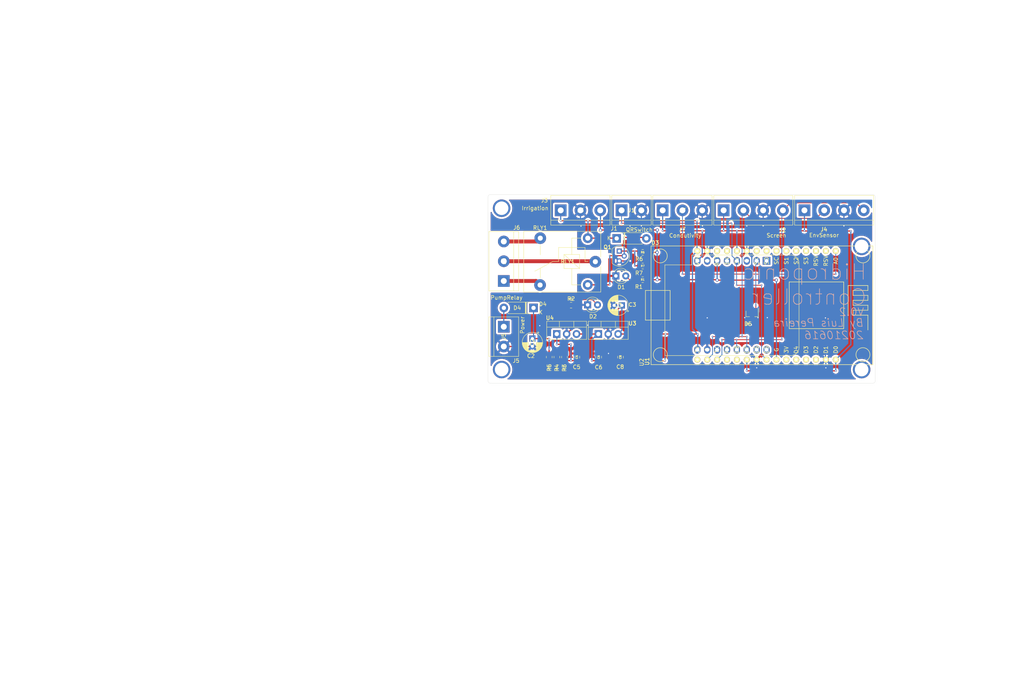
<source format=kicad_pcb>
(kicad_pcb (version 20171130) (host pcbnew 5.1.10)
  (title_block (title "Hidroponic Controller") (date 2021-06-10) (rev V0.2) (company "by Luis Pereira"))
  (layers (0 F.Cu signal) (31 B.Cu signal) (34 B.Paste user) (35 F.Paste user) (36 B.SilkS user) (37 F.SilkS user) (38 B.Mask user) (39 F.Mask user) (44 Edge.Cuts user))
  (net 0 "")
  (net 1 "Net-(D1-Pad2)")
  (net 2 GND)
  (net 3 "Net-(U1-Pad16)")
  (net 4 "Net-(U1-Pad15)")
  (net 5 "Net-(U1-Pad12)")
  (net 6 "Net-(U1-Pad11)")
  (net 7 "Net-(U1-Pad7)")
  (net 8 "Net-(U1-Pad5)")
  (net 9 "Net-(U1-Pad3)")
  (net 10 "Net-(U1-Pad1)")
  (net 11 "Net-(U2-Pad28)")
  (net 12 "Net-(U2-Pad27)")
  (net 13 "Net-(U2-Pad16)")
  (net 14 "Net-(U2-Pad13)")
  (net 15 "Net-(U2-Pad12)")
  (net 16 "Net-(U2-Pad9)")
  (net 17 "Net-(U2-Pad8)")
  (net 18 "Net-(U2-Pad7)")
  (net 19 "Net-(U2-Pad6)")
  (net 20 "Net-(U2-Pad5)")
  (net 21 "Net-(U2-Pad4)")
  (net 22 "Net-(U2-Pad3)")
  (net 23 "Net-(U2-Pad2)")
  (net 24 +5V)
  (net 25 /QR_SWITCH)
  (net 26 /I2C_SDA)
  (net 27 /I2C_SCL)
  (net 28 /+3V3)
  (net 29 /RELAY_CMD)
  (net 30 "Net-(U2-Pad26)")
  (net 31 "Net-(U2-Pad25)")
  (net 32 "Net-(U2-Pad20)")
  (net 33 "Net-(U2-Pad19)")
  (net 34 /Vin_9V)
  (net 35 /Vin_5V)
  (net 36 "Net-(D2-Pad2)")
  (net 37 "Net-(D3-Pad2)")
  (net 38 "Net-(Q1-Pad1)")
  (net 39 /RELAY_NO)
  (net 40 /RELAY_C)
  (net 41 /RELAY_NC)
  (net 42 /POWER_INPUT)
  (net 43 /POWER_Vin)
  (net 44 /COND_SENSOR)
  (net 45 "Net-(D5-Pad2)")
  (module LCP_Footprints:NodeMCU1.0_12-E (layer F.Cu) (at 234.655 81.185 270)
    (fp_text reference U2 (at 28.615 49.855 90) (layer F.SilkS) (effects (font (thickness 0.16))))
    (fp_text value NodeMCU_ESP12E hide)
    (fp_text user D0 (at 25.4 0 90) (layer F.SilkS))
    (fp_text user D1 (at 25.4 2.54 90) (layer F.SilkS))
    (fp_text user D2 (at 25.4 5.08 90) (layer F.SilkS))
    (fp_text user D3 (at 25.4 7.62 90) (layer F.SilkS))
    (fp_text user D4 (at 25.4 10.16 90) (layer F.SilkS))
    (fp_text user 3V (at 25.4 12.7 90) (layer F.SilkS))
    (fp_text user G (at 25.4 15.24 90) (layer F.SilkS))
    (fp_text user D5 (at 25.4 17.78 90) (layer F.SilkS))
    (fp_text user D6 (at 25.4 20.32 90) (layer F.SilkS))
    (fp_text user D7 (at 25.4 22.86 90) (layer F.SilkS))
    (fp_text user D8 (at 25.4 25.4 90) (layer F.SilkS))
    (fp_text user RX (at 25.4 27.94 90) (layer F.SilkS))
    (fp_text user TX (at 25.4 30.48 90) (layer F.SilkS))
    (fp_text user G (at 25.4 33.02 90) (layer F.SilkS))
    (fp_text user 3V (at 25.4 35.56 90) (layer F.SilkS))
    (fp_text user A0 (at 2.54 0 90) (layer F.SilkS))
    (fp_text user RSV (at 2.54 2.54 90) (layer F.SilkS))
    (fp_text user RSV (at 2.54 5.08 90) (layer F.SilkS))
    (fp_text user S3 (at 2.54 7.62 90) (layer F.SilkS))
    (fp_text user S2 (at 2.54 10.16 90) (layer F.SilkS))
    (fp_text user S1 (at 2.54 12.7 90) (layer F.SilkS))
    (fp_text user SC (at 2.54 15.24 90) (layer F.SilkS))
    (fp_text user SO (at 2.54 17.78 90) (layer F.SilkS))
    (fp_text user SK (at 2.54 20.32 90) (layer F.SilkS))
    (fp_text user G (at 2.54 22.86 90) (layer F.SilkS))
    (fp_text user 3V (at 2.54 25.4 90) (layer F.SilkS))
    (fp_text user EN (at 2.54 27.94 90) (layer F.SilkS))
    (fp_text user RST (at 2.54 30.48 90) (layer F.SilkS))
    (fp_text user G (at 2.54 33.02 90) (layer F.SilkS))
    (fp_text user VIN (at 2.54 35.56 90) (layer F.SilkS))
    (pad 30 thru_hole circle (at 27.94 0 270) (size 1.524 1.524) (drill 0.762) (layers *.Cu *.Mask F.SilkS) (net 28 /+3V3))
    (pad 29 thru_hole circle (at 27.94 2.54 270) (size 1.524 1.524) (drill 0.762) (layers *.Cu *.Mask F.SilkS) (net 2 GND))
    (pad 28 thru_hole circle (at 27.94 5.08 270) (size 1.524 1.524) (drill 0.762) (layers *.Cu *.Mask F.SilkS) (net 11 "Net-(U2-Pad28)"))
    (pad 27 thru_hole circle (at 27.94 7.62 270) (size 1.524 1.524) (drill 0.762) (layers *.Cu *.Mask F.SilkS) (net 12 "Net-(U2-Pad27)"))
    (pad 26 thru_hole circle (at 27.94 10.16 270) (size 1.524 1.524) (drill 0.762) (layers *.Cu *.Mask F.SilkS) (net 30 "Net-(U2-Pad26)"))
    (pad 25 thru_hole circle (at 27.94 12.7 270) (size 1.524 1.524) (drill 0.762) (layers *.Cu *.Mask F.SilkS) (net 31 "Net-(U2-Pad25)"))
    (pad 24 thru_hole circle (at 27.94 15.24 270) (size 1.524 1.524) (drill 0.762) (layers *.Cu *.Mask F.SilkS) (net 29 /RELAY_CMD))
    (pad 23 thru_hole circle (at 27.94 17.78 270) (size 1.524 1.524) (drill 0.762) (layers *.Cu *.Mask F.SilkS) (net 25 /QR_SWITCH))
    (pad 22 thru_hole circle (at 27.94 20.32 270) (size 1.524 1.524) (drill 0.762) (layers *.Cu *.Mask F.SilkS) (net 2 GND))
    (pad 21 thru_hole circle (at 27.94 22.86 270) (size 1.524 1.524) (drill 0.762) (layers *.Cu *.Mask F.SilkS) (net 28 /+3V3))
    (pad 20 thru_hole circle (at 27.94 25.4 270) (size 1.524 1.524) (drill 0.762) (layers *.Cu *.Mask F.SilkS) (net 32 "Net-(U2-Pad20)"))
    (pad 19 thru_hole circle (at 27.94 27.94 270) (size 1.524 1.524) (drill 0.762) (layers *.Cu *.Mask F.SilkS) (net 33 "Net-(U2-Pad19)"))
    (pad 18 thru_hole circle (at 27.94 30.48 270) (size 1.524 1.524) (drill 0.762) (layers *.Cu *.Mask F.SilkS) (net 26 /I2C_SDA))
    (pad 17 thru_hole circle (at 27.94 33.02 270) (size 1.524 1.524) (drill 0.762) (layers *.Cu *.Mask F.SilkS) (net 27 /I2C_SCL))
    (pad 16 thru_hole circle (at 27.94 35.56 270) (size 1.524 1.524) (drill 0.762) (layers *.Cu *.Mask F.SilkS) (net 13 "Net-(U2-Pad16)"))
    (pad 15 thru_hole circle (at 0 35.56 270) (size 1.524 1.524) (drill 0.762) (layers *.Cu *.Mask F.SilkS) (net 24 +5V))
    (pad 14 thru_hole circle (at 0 33.02 270) (size 1.524 1.524) (drill 0.762) (layers *.Cu *.Mask F.SilkS) (net 2 GND))
    (pad 13 thru_hole circle (at 0 30.48 270) (size 1.524 1.524) (drill 0.762) (layers *.Cu *.Mask F.SilkS) (net 14 "Net-(U2-Pad13)"))
    (pad 12 thru_hole circle (at 0 27.94 270) (size 1.524 1.524) (drill 0.762) (layers *.Cu *.Mask F.SilkS) (net 15 "Net-(U2-Pad12)"))
    (pad 11 thru_hole circle (at 0 25.4 270) (size 1.524 1.524) (drill 0.762) (layers *.Cu *.Mask F.SilkS) (net 28 /+3V3))
    (pad 10 thru_hole circle (at 0 22.86 270) (size 1.524 1.524) (drill 0.762) (layers *.Cu *.Mask F.SilkS) (net 2 GND))
    (pad 9 thru_hole circle (at 0 20.32 270) (size 1.524 1.524) (drill 0.762) (layers *.Cu *.Mask F.SilkS) (net 16 "Net-(U2-Pad9)"))
    (pad 8 thru_hole circle (at 0 17.78 270) (size 1.524 1.524) (drill 0.762) (layers *.Cu *.Mask F.SilkS) (net 17 "Net-(U2-Pad8)"))
    (pad 7 thru_hole circle (at 0 15.24 270) (size 1.524 1.524) (drill 0.762) (layers *.Cu *.Mask F.SilkS) (net 18 "Net-(U2-Pad7)"))
    (pad 6 thru_hole circle (at 0 12.7 270) (size 1.524 1.524) (drill 0.762) (layers *.Cu *.Mask F.SilkS) (net 19 "Net-(U2-Pad6)"))
    (pad 5 thru_hole circle (at 0 10.16 270) (size 1.524 1.524) (drill 0.762) (layers *.Cu *.Mask F.SilkS) (net 20 "Net-(U2-Pad5)"))
    (pad 4 thru_hole circle (at 0 7.62 270) (size 1.524 1.524) (drill 0.762) (layers *.Cu *.Mask F.SilkS) (net 21 "Net-(U2-Pad4)"))
    (pad 3 thru_hole circle (at 0 5.08 270) (size 1.524 1.524) (drill 0.762) (layers *.Cu *.Mask F.SilkS) (net 22 "Net-(U2-Pad3)"))
    (pad 2 thru_hole circle (at 0 2.54 270) (size 1.524 1.524) (drill 0.762) (layers *.Cu *.Mask F.SilkS) (net 23 "Net-(U2-Pad2)"))
    (pad 1 thru_hole circle (at 0 0 270) (size 1.524 1.524) (drill 0.762) (layers *.Cu *.Mask F.SilkS) (net 44 /COND_SENSOR))
  )
  (module Module:WEMOS_D1_mini_light (layer F.Cu) (at 216.875 83.725 270)
    (fp_text reference U1 (at 25.875 30.675 90) (layer F.SilkS) (effects (font (thickness 0.16))))
    (fp_text value WeMos_D1_mini hide)
    (fp_text user %R (at 25.875 30.675 90) (layer F.SilkS) (effects (font (thickness 0.16))))
    (pad 16 thru_hole oval (at 22.86 0 270) (size 2 1.6) (drill 1) (layers *.Cu *.Mask) (net 3 "Net-(U1-Pad16)"))
    (pad 15 thru_hole oval (at 22.86 2.54 270) (size 2 1.6) (drill 1) (layers *.Cu *.Mask) (net 4 "Net-(U1-Pad15)"))
    (pad 14 thru_hole oval (at 22.86 5.08 270) (size 2 1.6) (drill 1) (layers *.Cu *.Mask) (net 27 /I2C_SCL))
    (pad 13 thru_hole oval (at 22.86 7.62 270) (size 2 1.6) (drill 1) (layers *.Cu *.Mask) (net 26 /I2C_SDA))
    (pad 12 thru_hole oval (at 22.86 10.16 270) (size 2 1.6) (drill 1) (layers *.Cu *.Mask) (net 5 "Net-(U1-Pad12)"))
    (pad 11 thru_hole oval (at 22.86 12.7 270) (size 2 1.6) (drill 1) (layers *.Cu *.Mask) (net 6 "Net-(U1-Pad11)"))
    (pad 10 thru_hole oval (at 22.86 15.24 270) (size 2 1.6) (drill 1) (layers *.Cu *.Mask) (net 2 GND))
    (pad 9 thru_hole oval (at 22.86 17.78 270) (size 2 1.6) (drill 1) (layers *.Cu *.Mask) (net 24 +5V))
    (pad 8 thru_hole oval (at 0 17.78 270) (size 2 1.6) (drill 1) (layers *.Cu *.Mask) (net 28 /+3V3))
    (pad 7 thru_hole oval (at 0 15.24 270) (size 2 1.6) (drill 1) (layers *.Cu *.Mask) (net 7 "Net-(U1-Pad7)"))
    (pad 6 thru_hole oval (at 0 12.7 270) (size 2 1.6) (drill 1) (layers *.Cu *.Mask) (net 29 /RELAY_CMD))
    (pad 5 thru_hole oval (at 0 10.16 270) (size 2 1.6) (drill 1) (layers *.Cu *.Mask) (net 8 "Net-(U1-Pad5)"))
    (pad 4 thru_hole oval (at 0 7.62 270) (size 2 1.6) (drill 1) (layers *.Cu *.Mask) (net 25 /QR_SWITCH))
    (pad 3 thru_hole oval (at 0 5.08 270) (size 2 1.6) (drill 1) (layers *.Cu *.Mask) (net 9 "Net-(U1-Pad3)"))
    (pad 1 thru_hole rect (at 0 0 270) (size 2 2) (drill 1) (layers *.Cu *.Mask) (net 10 "Net-(U1-Pad1)"))
    (pad 2 thru_hole oval (at 0 2.54 270) (size 2 1.6) (drill 1) (layers *.Cu *.Mask) (net 44 /COND_SENSOR))
  )
  (module LED_THT:LED_D3.0mm (layer F.Cu) (at 178.1605 87.604)
    (fp_text reference D1 (at 1.3695 2.886) (layer F.SilkS) (effects (font (thickness 0.16))))
    (fp_text value LED)
    (pad 2 thru_hole circle (at 2.54 0) (size 1.8 1.8) (drill 0.9) (layers *.Cu *.Mask) (net 1 "Net-(D1-Pad2)"))
    (pad 1 thru_hole rect (at 0 0) (size 1.8 1.8) (drill 0.9) (layers *.Cu *.Mask) (net 2 GND))
  )
  (module Capacitor_THT:CP_Radial_D5.0mm_P2.00mm (layer F.Cu) (at 179.7111 95.1738 180)
    (fp_text reference C3 (at -2.6889 0.1738) (layer F.SilkS) (effects (font (thickness 0.16))))
    (fp_text value 0.1u)
    (fp_text user %R (at 1 0) (layer F.SilkS) (effects (font (thickness 0.16))))
    (pad 2 thru_hole circle (at 2 0 180) (size 1.6 1.6) (drill 0.8) (layers *.Cu *.Mask) (net 2 GND))
    (pad 1 thru_hole rect (at 0 0 180) (size 1.6 1.6) (drill 0.8) (layers *.Cu *.Mask) (net 24 +5V))
  )
  (module Capacitor_SMD:C_0805_2012Metric (layer F.Cu) (at 168.13 108.49 90)
    (fp_text reference C5 (at -2.54 -0.05) (layer F.SilkS) (effects (font (thickness 0.16))))
    (fp_text value 0.33u)
    (fp_text user %R (at 0 0 90) (layer F.SilkS) (effects (font (size 0.5 0.5) (thickness 0.16))))
    (pad 1 smd roundrect (at -0.95 0 90) (size 1 1.45) (layers F.Cu F.Paste F.Mask) (net 34 /Vin_9V))
    (pad 2 smd roundrect (at 0.95 0 90) (size 1 1.45) (layers F.Cu F.Paste F.Mask) (net 2 GND))
  )
  (module Capacitor_SMD:C_0805_2012Metric (layer F.Cu) (at 173.7376 108.49 90)
    (fp_text reference C6 (at -2.6 -0.0076) (layer F.SilkS) (effects (font (thickness 0.16))))
    (fp_text value 0.33u)
    (fp_text user %R (at 0 0 90) (layer F.SilkS) (effects (font (size 0.5 0.5) (thickness 0.16))))
    (pad 2 smd roundrect (at 0.95 0 90) (size 1 1.45) (layers F.Cu F.Paste F.Mask) (net 2 GND))
    (pad 1 smd roundrect (at -0.95 0 90) (size 1 1.45) (layers F.Cu F.Paste F.Mask) (net 35 /Vin_5V))
  )
  (module Capacitor_SMD:C_0805_2012Metric (layer F.Cu) (at 179.3452 108.49 90)
    (fp_text reference C8 (at -2.5 -0.0752) (layer F.SilkS) (effects (font (thickness 0.16))))
    (fp_text value 0.1u)
    (fp_text user %R (at 0 0 90) (layer F.SilkS) (effects (font (size 0.5 0.5) (thickness 0.16))))
    (pad 2 smd roundrect (at 0.95 0 90) (size 1 1.45) (layers F.Cu F.Paste F.Mask) (net 2 GND))
    (pad 1 smd roundrect (at -0.95 0 90) (size 1 1.45) (layers F.Cu F.Paste F.Mask) (net 24 +5V))
  )
  (module LED_THT:LED_D3.0mm (layer F.Cu) (at 170.9039 95.0468)
    (fp_text reference D2 (at 1.3861 2.9732) (layer F.SilkS) (effects (font (thickness 0.16))))
    (fp_text value LED)
    (pad 1 thru_hole rect (at 0 0) (size 1.8 1.8) (drill 0.9) (layers *.Cu *.Mask) (net 2 GND))
    (pad 2 thru_hole circle (at 2.54 0) (size 1.8 1.8) (drill 0.9) (layers *.Cu *.Mask) (net 36 "Net-(D2-Pad2)"))
  )
  (module Diode_THT:D_DO-41_SOD81_P7.62mm_Horizontal (layer F.Cu) (at 178.3725 77.9642)
    (fp_text reference D3 (at 9.9075 1.1058) (layer F.SilkS) (effects (font (thickness 0.16))))
    (fp_text value D)
    (fp_text user %R (at 9.8875 1.1358) (layer F.SilkS) (effects (font (thickness 0.16))))
    (fp_text user K (at -1.9525 -0.0542) (layer F.SilkS))
    (pad 1 thru_hole rect (at 0 0) (size 2.2 2.2) (drill 1.1) (layers *.Cu *.Mask) (net 24 +5V))
    (pad 2 thru_hole oval (at 7.62 0) (size 2.2 2.2) (drill 1.1) (layers *.Cu *.Mask) (net 37 "Net-(D3-Pad2)"))
  )
  (module Diode_THT:D_DO-41_SOD81_P7.62mm_Horizontal (layer F.Cu) (at 157 95.83 180)
    (fp_text reference D4 (at -2.39 0.99) (layer F.SilkS) (effects (font (thickness 0.16))))
    (fp_text value D)
    (fp_text user K (at -1.8408 -1.1271) (layer F.SilkS))
    (fp_text user %R (at 4.2 0) (layer F.SilkS) (effects (font (thickness 0.16))))
    (pad 2 thru_hole oval (at 7.62 0 180) (size 2.2 2.2) (drill 1.1) (layers *.Cu *.Mask) (net 42 /POWER_INPUT))
    (pad 1 thru_hole rect (at 0 0 180) (size 2.2 2.2) (drill 1.1) (layers *.Cu *.Mask) (net 43 /POWER_Vin))
  )
  (module TerminalBlock:TerminalBlock_bornier-2_P5.08mm (layer F.Cu) (at 179.6288 70.739)
    (fp_text reference J1 (at -1.9288 4.671) (layer F.SilkS) (effects (font (thickness 0.16))))
    (fp_text value QRSwitch (at 4.5412 4.991) (layer F.SilkS))
    (fp_text user %R (at 2.54 0) (layer F.SilkS) (effects (font (thickness 0.16))))
    (pad 1 thru_hole rect (at 0 0) (size 3 3) (drill 1.52) (layers *.Cu *.Mask) (net 25 /QR_SWITCH))
    (pad 2 thru_hole circle (at 5.08 0) (size 3 3) (drill 1.52) (layers *.Cu *.Mask) (net 2 GND))
  )
  (module TerminalBlock:TerminalBlock_bornier-4_P5.08mm (layer F.Cu) (at 205.8416 70.739)
    (fp_text reference J2 (at 15.1584 5.061) (layer F.SilkS) (effects (font (thickness 0.16))))
    (fp_text value Screen (at 13.5584 6.461) (layer F.SilkS))
    (fp_text user %R (at 15.1584 5.061) (layer F.SilkS) (effects (font (thickness 0.16))))
    (pad 4 thru_hole circle (at 15.24 0) (size 3 3) (drill 1.52) (layers *.Cu *.Mask) (net 26 /I2C_SDA))
    (pad 1 thru_hole rect (at 0 0) (size 3 3) (drill 1.52) (layers *.Cu *.Mask) (net 28 /+3V3))
    (pad 3 thru_hole circle (at 10.16 0) (size 3 3) (drill 1.52) (layers *.Cu *.Mask) (net 2 GND))
    (pad 2 thru_hole circle (at 5.08 0) (size 3 3) (drill 1.52) (layers *.Cu *.Mask) (net 27 /I2C_SCL))
  )
  (module TerminalBlock:TerminalBlock_bornier-3_P5.08mm (layer F.Cu) (at 163.9824 70.739)
    (fp_text reference J3 (at -4.1824 -2.539) (layer F.SilkS) (effects (font (thickness 0.16))))
    (fp_text value Irrigation (at -6.5824 -0.539) (layer F.SilkS))
    (fp_text user %R (at 5.08 0) (layer F.SilkS) (effects (font (thickness 0.16))))
    (pad 1 thru_hole rect (at 0 0) (size 3 3) (drill 1.52) (layers *.Cu *.Mask) (net 24 +5V))
    (pad 2 thru_hole circle (at 5.08 0) (size 3 3) (drill 1.52) (layers *.Cu *.Mask) (net 2 GND))
    (pad 3 thru_hole circle (at 10.16 0) (size 3 3) (drill 1.52) (layers *.Cu *.Mask) (net 29 /RELAY_CMD))
  )
  (module TerminalBlock:TerminalBlock_bornier-4_P5.08mm (layer F.Cu) (at 226.6061 70.739)
    (fp_text reference J4 (at 5.0139 4.931) (layer F.SilkS) (effects (font (thickness 0.16))))
    (fp_text value EnvSensor (at 5.0339 6.401) (layer F.SilkS))
    (fp_text user %R (at 5.0339 4.901) (layer F.SilkS) (effects (font (thickness 0.16))))
    (pad 4 thru_hole circle (at 15.24 0) (size 3 3) (drill 1.52) (layers *.Cu *.Mask) (net 26 /I2C_SDA))
    (pad 1 thru_hole rect (at 0 0) (size 3 3) (drill 1.52) (layers *.Cu *.Mask) (net 28 /+3V3))
    (pad 3 thru_hole circle (at 10.16 0) (size 3 3) (drill 1.52) (layers *.Cu *.Mask) (net 2 GND))
    (pad 2 thru_hole circle (at 5.08 0) (size 3 3) (drill 1.52) (layers *.Cu *.Mask) (net 27 /I2C_SCL))
  )
  (module TerminalBlock:TerminalBlock_bornier-2_P5.08mm (layer F.Cu) (at 149.36 100.6729 270)
    (fp_text reference J5 (at 8.7371 -3.1687 180) (layer F.SilkS) (effects (font (thickness 0.16))))
    (fp_text value Power (at -0.4329 -4.78 90) (layer F.SilkS))
    (fp_text user %R (at 2.54 0 90) (layer F.SilkS) (effects (font (thickness 0.16))))
    (pad 2 thru_hole circle (at 5.08 0 270) (size 3 3) (drill 1.52) (layers *.Cu *.Mask) (net 2 GND))
    (pad 1 thru_hole rect (at 0 0 270) (size 3 3) (drill 1.52) (layers *.Cu *.Mask) (net 42 /POWER_INPUT))
  )
  (module TerminalBlock:TerminalBlock_bornier-3_P5.08mm (layer F.Cu) (at 149.36 88.91 90)
    (fp_text reference J6 (at 13.7254 3.3187 180) (layer F.SilkS) (effects (font (thickness 0.16))))
    (fp_text value PumpRelay (at -4.2746 0.7187) (layer F.SilkS))
    (fp_text user %R (at 5.08 0 90) (layer F.SilkS) (effects (font (thickness 0.16))))
    (pad 3 thru_hole circle (at 10.16 0 90) (size 3 3) (drill 1.52) (layers *.Cu *.Mask) (net 39 /RELAY_NO))
    (pad 2 thru_hole circle (at 5.08 0 90) (size 3 3) (drill 1.52) (layers *.Cu *.Mask) (net 40 /RELAY_C))
    (pad 1 thru_hole rect (at 0 0 90) (size 3 3) (drill 1.52) (layers *.Cu *.Mask) (net 41 /RELAY_NC))
  )
  (module Package_TO_SOT_THT:TO-92 (layer F.Cu) (at 179.0329 81.2154 270)
    (fp_text reference Q1 (at -1.0054 3.0429 180) (layer F.SilkS) (effects (font (thickness 0.16))))
    (fp_text value Q_NPN_BCE hide)
    (fp_text user %R (at -1.0054 3.0429 180) (layer F.SilkS) (effects (font (thickness 0.16))))
    (pad 2 thru_hole circle (at 1.27 -1.27 270) (size 1.3 1.3) (drill 0.75) (layers *.Cu *.Mask) (net 37 "Net-(D3-Pad2)"))
    (pad 3 thru_hole circle (at 2.54 0 270) (size 1.3 1.3) (drill 0.75) (layers *.Cu *.Mask) (net 2 GND))
    (pad 1 thru_hole rect (at 0 0 270) (size 1.3 1.3) (drill 0.75) (layers *.Cu *.Mask) (net 38 "Net-(Q1-Pad1)"))
  )
  (module Resistor_SMD:R_0805_2012Metric (layer F.Cu) (at 164.9507 108.47 270)
    (fp_text reference R3 (at 2.78 0.0307 90) (layer F.SilkS) (effects (font (thickness 0.16))))
    (fp_text value 0)
    (fp_text user %R (at 2.78 0.0507 90) (layer F.SilkS) (effects (font (size 0.5 0.5) (thickness 0.16))))
    (pad 2 smd roundrect (at 0.9125 0 270) (size 1.025 1.4) (layers F.Cu F.Paste F.Mask) (roundrect_rratio 0.2439014634146341) (net 34 /Vin_9V))
    (pad 1 smd roundrect (at -0.9125 0 270) (size 1.025 1.4) (layers F.Cu F.Paste F.Mask) (roundrect_rratio 0.2439014634146341) (net 43 /POWER_Vin))
  )
  (module Resistor_SMD:R_0805_2012Metric (layer F.Cu) (at 162.9949 108.47 270)
    (fp_text reference R4 (at 2.74 0.0049 90) (layer F.SilkS) (effects (font (thickness 0.16))))
    (fp_text value 0)
    (fp_text user %R (at 2.7 -0.0351 90) (layer F.SilkS) (effects (font (size 0.5 0.5) (thickness 0.16))))
    (pad 1 smd roundrect (at -0.9125 0 270) (size 1.025 1.4) (layers F.Cu F.Paste F.Mask) (roundrect_rratio 0.2439014634146341) (net 43 /POWER_Vin))
    (pad 2 smd roundrect (at 0.9125 0 270) (size 1.025 1.4) (layers F.Cu F.Paste F.Mask) (roundrect_rratio 0.2439014634146341) (net 35 /Vin_5V))
  )
  (module Package_TO_SOT_THT:TO-220-3_Vertical (layer F.Cu) (at 173.66 102.5398)
    (fp_text reference U3 (at 8.74 -2.7398) (layer F.SilkS) (effects (font (thickness 0.16))))
    (fp_text value LM7805_TO220)
    (fp_text user %R (at 8.74 -2.7398) (layer F.SilkS) (effects (font (thickness 0.16))))
    (pad 3 thru_hole oval (at 5.08 0) (size 1.905 2) (drill 1.1) (layers *.Cu *.Mask) (net 24 +5V))
    (pad 2 thru_hole oval (at 2.54 0) (size 1.905 2) (drill 1.1) (layers *.Cu *.Mask) (net 2 GND))
    (pad 1 thru_hole rect (at 0 0) (size 1.905 2) (drill 1.1) (layers *.Cu *.Mask) (net 35 /Vin_5V))
  )
  (module Package_TO_SOT_THT:TO-220-3_Vertical (layer F.Cu) (at 162.9664 102.5398)
    (fp_text reference U4 (at -1.7664 -4.1398) (layer F.SilkS) (effects (font (thickness 0.16))))
    (fp_text value LM7809_TO220)
    (fp_text user %R (at -1.7664 -4.1398) (layer F.SilkS) (effects (font (thickness 0.16))))
    (pad 1 thru_hole rect (at 0 0) (size 1.905 2) (drill 1.1) (layers *.Cu *.Mask) (net 34 /Vin_9V))
    (pad 2 thru_hole oval (at 2.54 0) (size 1.905 2) (drill 1.1) (layers *.Cu *.Mask) (net 2 GND))
    (pad 3 thru_hole oval (at 5.08 0) (size 1.905 2) (drill 1.1) (layers *.Cu *.Mask) (net 35 /Vin_5V))
  )
  (module Resistor_SMD:R_0805_2012Metric (layer F.Cu) (at 185.0475 88.58 180)
    (fp_text reference R1 (at 0.9775 -1.82 180) (layer F.SilkS) (effects (font (thickness 0.16))))
    (fp_text value 10K)
    (fp_text user %R (at 0 0) (layer F.SilkS) (effects (font (size 0.5 0.5) (thickness 0.16))))
    (pad 1 smd roundrect (at -0.9125 0 180) (size 1.025 1.4) (layers F.Cu F.Paste F.Mask) (roundrect_rratio 0.2439014634146341) (net 29 /RELAY_CMD))
    (pad 2 smd roundrect (at 0.9125 0 180) (size 1.025 1.4) (layers F.Cu F.Paste F.Mask) (roundrect_rratio 0.2439014634146341) (net 1 "Net-(D1-Pad2)"))
  )
  (module Resistor_SMD:R_0805_2012Metric (layer F.Cu) (at 166.6513 95.123)
    (fp_text reference R2 (at 0 -1.65) (layer F.SilkS) (effects (font (thickness 0.16))))
    (fp_text value 10K)
    (fp_text user %R (at -0.0513 -1.523) (layer F.SilkS) (effects (font (size 0.5 0.5) (thickness 0.16))))
    (pad 2 smd roundrect (at 0.9125 0) (size 1.025 1.4) (layers F.Cu F.Paste F.Mask) (roundrect_rratio 0.2439014634146341) (net 36 "Net-(D2-Pad2)"))
    (pad 1 smd roundrect (at -0.9125 0) (size 1.025 1.4) (layers F.Cu F.Paste F.Mask) (roundrect_rratio 0.2439014634146341) (net 24 +5V))
  )
  (module Resistor_SMD:R_0805_2012Metric (layer F.Cu) (at 161.0391 108.47 270)
    (fp_text reference R5 (at 2.72 -0.0009 90) (layer F.SilkS) (effects (font (thickness 0.16))))
    (fp_text value 0)
    (fp_text user %R (at 2.67 0.0391 90) (layer F.SilkS) (effects (font (size 0.5 0.5) (thickness 0.16))))
    (pad 1 smd roundrect (at -0.9125 0 270) (size 1.025 1.4) (layers F.Cu F.Paste F.Mask) (roundrect_rratio 0.2439014634146341) (net 43 /POWER_Vin))
    (pad 2 smd roundrect (at 0.9125 0 270) (size 1.025 1.4) (layers F.Cu F.Paste F.Mask) (roundrect_rratio 0.2439014634146341) (net 24 +5V))
  )
  (module Resistor_SMD:R_0805_2012Metric (layer F.Cu) (at 185.0475 81.55)
    (fp_text reference R6 (at -0.8975 1.7 180) (layer F.SilkS) (effects (font (thickness 0.16))))
    (fp_text value 1K)
    (fp_text user %R (at 0 0) (layer F.SilkS) (effects (font (size 0.5 0.5) (thickness 0.16))))
    (pad 2 smd roundrect (at 0.9125 0) (size 1.025 1.4) (layers F.Cu F.Paste F.Mask) (roundrect_rratio 0.2439014634146341) (net 29 /RELAY_CMD))
    (pad 1 smd roundrect (at -0.9125 0) (size 1.025 1.4) (layers F.Cu F.Paste F.Mask) (roundrect_rratio 0.2439014634146341) (net 38 "Net-(Q1-Pad1)"))
  )
  (module Capacitor_THT:CP_Radial_D5.0mm_P2.00mm (layer F.Cu) (at 156.71 103.72 270)
    (fp_text reference C2 (at 4.45 0.38 180) (layer F.SilkS) (effects (font (thickness 0.16))))
    (fp_text value 0.1u)
    (fp_text user %R (at 1 0 90) (layer F.SilkS) (effects (font (thickness 0.16))))
    (pad 1 thru_hole rect (at 0 0 270) (size 1.6 1.6) (drill 0.8) (layers *.Cu *.Mask) (net 43 /POWER_Vin))
    (pad 2 thru_hole circle (at 2 0 270) (size 1.6 1.6) (drill 0.8) (layers *.Cu *.Mask) (net 2 GND))
  )
  (module Package_TO_SOT_SMD:SOT-23 (layer F.Cu) (at 213.17 97.33 270)
    (fp_text reference D5 (at 2.6 1.04 180) (layer F.SilkS) (effects (font (thickness 0.16))))
    (fp_text value D_Zener_x2_ACom_AKK hide)
    (fp_text user %R (at 2.67 1.17) (layer F.SilkS) (effects (font (size 0.5 0.5) (thickness 0.16))))
    (pad 1 smd rect (at -1 -0.95 270) (size 0.9 0.8) (layers F.Cu F.Paste F.Mask) (net 44 /COND_SENSOR))
    (pad 2 smd rect (at -1 0.95 270) (size 0.9 0.8) (layers F.Cu F.Paste F.Mask) (net 45 "Net-(D5-Pad2)"))
    (pad 3 smd rect (at 1 0 270) (size 0.9 0.8) (layers F.Cu F.Paste F.Mask) (net 2 GND))
  )
  (module TerminalBlock:TerminalBlock_bornier-3_P5.08mm (layer F.Cu) (at 190.1825 70.739)
    (fp_text reference J7 (at 5.05 4.861) (layer F.SilkS) (effects (font (thickness 0.16))))
    (fp_text value Condutivity (at 5.7875 6.491) (layer F.SilkS))
    (fp_text user %R (at 5.08 0) (layer F.SilkS) (effects (font (thickness 0.16))))
    (pad 1 thru_hole rect (at 0 0) (size 3 3) (drill 1.52) (layers *.Cu *.Mask) (net 28 /+3V3))
    (pad 2 thru_hole circle (at 5.08 0) (size 3 3) (drill 1.52) (layers *.Cu *.Mask) (net 44 /COND_SENSOR))
    (pad 3 thru_hole circle (at 10.16 0) (size 3 3) (drill 1.52) (layers *.Cu *.Mask) (net 2 GND))
  )
  (module Resistor_SMD:R_0805_2012Metric (layer F.Cu) (at 185.0475 85.065 180)
    (fp_text reference R7 (at 0.9375 -1.805 180) (layer F.SilkS) (effects (font (thickness 0.16))))
    (fp_text value 1K)
    (fp_text user %R (at 0 0) (layer F.SilkS) (effects (font (size 0.5 0.5) (thickness 0.16))))
    (pad 1 smd roundrect (at -0.9125 0 180) (size 1.025 1.4) (layers F.Cu F.Paste F.Mask) (roundrect_rratio 0.2439014634146341) (net 2 GND))
    (pad 2 smd roundrect (at 0.9125 0 180) (size 1.025 1.4) (layers F.Cu F.Paste F.Mask) (roundrect_rratio 0.2439014634146341) (net 38 "Net-(Q1-Pad1)"))
  )
  (module LCP_Footprints:Relay_SPDT_ZETTLER_AZ943_Series_Form_C (layer F.Cu) (at 172.8861 83.9459 180)
    (fp_text reference RLY1 (at 14.1861 8.6959) (layer F.SilkS) (effects (font (thickness 0.16))))
    (fp_text value AZ943-1CH-12DE hide)
    (fp_text user %R (at 7.1 0.025) (layer F.SilkS) (effects (font (thickness 0.16))))
    (pad 2 thru_hole circle (at 1.95 6.05 270) (size 2.5 2.5) (drill 1.3) (layers *.Cu *.Mask) (net 24 +5V))
    (pad 3 thru_hole circle (at 14.15 6.05 270) (size 3 3) (drill 1.3) (layers *.Cu *.Mask) (net 39 /RELAY_NO))
    (pad 4 thru_hole circle (at 14.2 -6 270) (size 3 3) (drill 1.3) (layers *.Cu *.Mask) (net 41 /RELAY_NC))
    (pad 5 thru_hole circle (at 1.95 -5.95 270) (size 2.5 2.5) (drill 1.3) (layers *.Cu *.Mask) (net 37 "Net-(D3-Pad2)"))
    (pad 1 thru_hole circle (at 0 0 270) (size 3 3) (drill 1.3) (layers *.Cu *.Mask) (net 40 /RELAY_C))
  )
  (gr_arc (start 145.9 114.6) (end 145.3 114.6) (angle -90) (layer Edge.Cuts) (width 0.05))
  (gr_arc (start 145.9 67.3) (end 145.9 66.7) (angle -90) (layer Edge.Cuts) (width 0.05))
  (gr_arc (start 244.2 67.3) (end 244.8 67.3) (angle -90) (layer Edge.Cuts) (width 0.05))
  (gr_arc (start 244.2 114.6) (end 244.2 115.2) (angle -90) (layer Edge.Cuts) (width 0.05))
  (gr_text V0.2 (at 242.0366 96.8883) (layer B.SilkS) (effects (font (size 2 2) (thickness 0.16)) (justify left mirror)))
  (gr_text "By Luis Pereira\n20210616" (at 241.9731 101.2444) (layer B.SilkS) (effects (font (size 2 2) (thickness 0.16) italic) (justify left mirror)))
  (gr_text "Hidroponic \nController" (at 242.7732 89.8271) (layer B.SilkS) (effects (font (size 4 4) (thickness 0.16)) (justify left mirror)))
  (gr_line (start 145.3 67.3) (end 145.3 114.6) (layer Edge.Cuts) (width 0.05))
  (gr_line (start 244.2 66.7) (end 145.9 66.7) (layer Edge.Cuts) (width 0.05))
  (gr_line (start 244.8 114.6) (end 244.8 67.3) (layer Edge.Cuts) (width 0.05))
  (gr_line (start 145.9 115.2) (end 244.2 115.2) (layer Edge.Cuts) (width 0.05))
  (via (at 148.8 70.2) (size 4.5) (drill 3.5) (layers F.Cu B.Cu) (net 0))
  (via (at 148.81 111.68) (size 4.5) (drill 3.5) (layers F.Cu B.Cu) (net 0))
  (via (at 241.3 111.69) (size 4.5) (drill 3.5) (layers F.Cu B.Cu) (net 0))
  (via (at 241.3 80.02) (size 4.5) (drill 3.5) (layers F.Cu B.Cu) (net 0))
  (segment (start 181.6765 88.58) (end 180.7005 87.604) (width 0.2) (layer F.Cu) (net 1))
  (segment (start 184.135 88.58) (end 181.6765 88.58) (width 0.2) (layer F.Cu) (net 1))
  (segment (start 175.9712 101.2398) (end 174.9914 100.26) (width 0.3) (layer F.Cu) (net 2))
  (segment (start 175.9712 102.5398) (end 175.9712 101.2398) (width 0.3) (layer F.Cu) (net 2))
  (segment (start 167.7862 100.26) (end 165.5064 102.5398) (width 0.3) (layer F.Cu) (net 2))
  (segment (start 178.1439 87.6206) (end 178.1605 87.604) (width 0.3) (layer B.Cu) (net 2))
  (segment (start 178.1605 84.6278) (end 179.0329 83.7554) (width 0.3) (layer B.Cu) (net 2))
  (segment (start 178.1605 87.604) (end 178.1605 84.6278) (width 0.3) (layer B.Cu) (net 2))
  (segment (start 184.6504 83.7554) (end 185.96 85.065) (width 0.3) (layer F.Cu) (net 2))
  (segment (start 179.0329 83.7554) (end 181.8446 83.7554) (width 0.3) (layer F.Cu) (net 2))
  (segment (start 184.7088 70.739) (end 184.7088 74.75) (width 0.3) (layer B.Cu) (net 2))
  (via (at 184.7088 74.75) (size 0.5) (drill 0.3) (layers F.Cu B.Cu) (net 2))
  (segment (start 184.7088 74.75) (end 200.41 74.75) (width 0.3) (layer F.Cu) (net 2))
  (via (at 200.41 74.75) (size 0.5) (drill 0.3) (layers F.Cu B.Cu) (net 2))
  (segment (start 200.3425 74.6825) (end 200.41 74.75) (width 0.3) (layer B.Cu) (net 2))
  (segment (start 200.3425 70.739) (end 200.3425 74.6825) (width 0.3) (layer B.Cu) (net 2))
  (segment (start 200.41 74.75) (end 216.01 74.75) (width 0.3) (layer F.Cu) (net 2))
  (via (at 216.01 74.75) (size 0.5) (drill 0.3) (layers F.Cu B.Cu) (net 2))
  (segment (start 216.01 70.7474) (end 216.0016 70.739) (width 0.3) (layer B.Cu) (net 2))
  (segment (start 216.01 74.75) (end 216.01 70.7474) (width 0.3) (layer B.Cu) (net 2))
  (segment (start 216.01 74.75) (end 236.75 74.75) (width 0.3) (layer F.Cu) (net 2))
  (via (at 236.75 74.75) (size 0.5) (drill 0.3) (layers F.Cu B.Cu) (net 2))
  (segment (start 236.75 70.7551) (end 236.7661 70.739) (width 0.3) (layer B.Cu) (net 2))
  (segment (start 236.75 74.75) (end 236.75 70.7551) (width 0.3) (layer B.Cu) (net 2))
  (segment (start 211.795 81.185) (end 211.795 74.77) (width 0.3) (layer B.Cu) (net 2))
  (via (at 211.795 74.77) (size 0.5) (drill 0.3) (layers F.Cu B.Cu) (net 2))
  (segment (start 201.635 75.975) (end 200.41 74.75) (width 0.3) (layer B.Cu) (net 2))
  (segment (start 201.635 81.185) (end 201.635 75.975) (width 0.3) (layer B.Cu) (net 2))
  (via (at 214.34 111.230011) (size 0.5) (drill 0.3) (layers F.Cu B.Cu) (net 2))
  (segment (start 214.335 111.225011) (end 214.34 111.230011) (width 0.3) (layer B.Cu) (net 2))
  (segment (start 214.335 109.125) (end 214.335 111.225011) (width 0.3) (layer B.Cu) (net 2))
  (via (at 232.11 111.24) (size 0.5) (drill 0.3) (layers F.Cu B.Cu) (net 2))
  (segment (start 232.100011 111.230011) (end 232.11 111.24) (width 0.3) (layer F.Cu) (net 2))
  (segment (start 214.34 111.230011) (end 232.100011 111.230011) (width 0.3) (layer F.Cu) (net 2))
  (segment (start 232.11 109.13) (end 232.115 109.125) (width 0.3) (layer B.Cu) (net 2))
  (segment (start 232.11 111.24) (end 232.11 109.13) (width 0.3) (layer B.Cu) (net 2))
  (segment (start 201.635 106.585) (end 201.635 98.39) (width 0.3) (layer B.Cu) (net 2))
  (via (at 201.635 98.39) (size 0.5) (drill 0.3) (layers F.Cu B.Cu) (net 2))
  (segment (start 201.695 98.33) (end 201.635 98.39) (width 0.3) (layer F.Cu) (net 2))
  (segment (start 213.17 98.33) (end 211.27 98.33) (width 0.3) (layer F.Cu) (net 2))
  (via (at 232 98.4) (size 0.5) (drill 0.3) (layers F.Cu B.Cu) (net 2))
  (segment (start 231.93 98.33) (end 232 98.4) (width 0.3) (layer F.Cu) (net 2))
  (segment (start 213.17 98.33) (end 214.67 98.33) (width 0.3) (layer F.Cu) (net 2))
  (segment (start 232 109.01) (end 232.115 109.125) (width 0.3) (layer B.Cu) (net 2))
  (segment (start 232 98.4) (end 232 109.01) (width 0.3) (layer B.Cu) (net 2))
  (segment (start 211.795 81.185) (end 213.08499 82.47499) (width 0.3) (layer B.Cu) (net 2))
  (via (at 213 100.2) (size 0.5) (drill 0.3) (layers F.Cu B.Cu) (net 2))
  (segment (start 213.08499 100.11501) (end 213 100.2) (width 0.3) (layer B.Cu) (net 2))
  (segment (start 213.08499 82.47499) (end 213.08499 100.11501) (width 0.3) (layer B.Cu) (net 2))
  (segment (start 213 98.5) (end 213.17 98.33) (width 0.3) (layer F.Cu) (net 2))
  (segment (start 213 100.2) (end 213 98.5) (width 0.3) (layer F.Cu) (net 2))
  (segment (start 217.07 98.33) (end 231.93 98.33) (width 0.3) (layer F.Cu) (net 2))
  (via (at 217.07 98.33) (size 0.5) (drill 0.3) (layers F.Cu B.Cu) (net 2))
  (segment (start 214.67 98.33) (end 217.07 98.33) (width 0.3) (layer F.Cu) (net 2))
  (via (at 214.67 98.33) (size 0.5) (drill 0.3) (layers F.Cu B.Cu) (net 2))
  (segment (start 211.27 98.33) (end 201.695 98.33) (width 0.3) (layer F.Cu) (net 2))
  (via (at 211.27 98.33) (size 0.5) (drill 0.3) (layers F.Cu B.Cu) (net 2))
  (segment (start 156.6771 105.7529) (end 156.71 105.72) (width 0.3) (layer F.Cu) (net 2))
  (segment (start 149.36 105.7529) (end 156.6771 105.7529) (width 0.3) (layer F.Cu) (net 2))
  (segment (start 177.7111 88.0534) (end 178.1605 87.604) (width 0.3) (layer B.Cu) (net 2))
  (segment (start 177.7111 95.1738) (end 177.7111 88.0534) (width 0.3) (layer B.Cu) (net 2))
  (segment (start 177.7111 101.0287) (end 176.2 102.5398) (width 0.3) (layer B.Cu) (net 2))
  (segment (start 177.7111 95.1738) (end 177.7111 101.0287) (width 0.3) (layer B.Cu) (net 2))
  (via (at 170.94 100.26) (size 0.5) (drill 0.3) (layers F.Cu B.Cu) (net 2))
  (segment (start 170.9039 100.2239) (end 170.94 100.26) (width 0.3) (layer B.Cu) (net 2))
  (segment (start 170.94 100.26) (end 167.7862 100.26) (width 0.3) (layer F.Cu) (net 2))
  (segment (start 170.9039 95.0468) (end 170.9039 100.2239) (width 0.3) (layer B.Cu) (net 2))
  (segment (start 174.9914 100.26) (end 170.94 100.26) (width 0.3) (layer F.Cu) (net 2))
  (segment (start 157.84137 105.72) (end 158.6 104.96137) (width 0.3) (layer B.Cu) (net 2))
  (segment (start 156.71 105.72) (end 157.84137 105.72) (width 0.3) (layer B.Cu) (net 2))
  (via (at 158.6 100.4) (size 0.5) (drill 0.3) (layers F.Cu B.Cu) (net 2))
  (segment (start 158.6 104.96137) (end 158.6 100.4) (width 0.3) (layer B.Cu) (net 2))
  (segment (start 167.6462 100.4) (end 167.7862 100.26) (width 0.3) (layer F.Cu) (net 2))
  (segment (start 158.6 100.4) (end 167.6462 100.4) (width 0.3) (layer F.Cu) (net 2))
  (segment (start 168.13 107.54) (end 173.7376 107.54) (width 0.3) (layer F.Cu) (net 2))
  (via (at 176.26 107.54) (size 0.5) (drill 0.3) (layers F.Cu B.Cu) (net 2))
  (segment (start 176.2 107.48) (end 176.26 107.54) (width 0.3) (layer B.Cu) (net 2))
  (segment (start 176.2 102.5398) (end 176.2 107.48) (width 0.3) (layer B.Cu) (net 2))
  (segment (start 176.26 107.54) (end 179.3452 107.54) (width 0.3) (layer F.Cu) (net 2))
  (segment (start 173.7376 107.54) (end 176.26 107.54) (width 0.3) (layer F.Cu) (net 2))
  (via (at 169.2 74.8) (size 0.5) (drill 0.3) (layers F.Cu B.Cu) (net 2))
  (segment (start 169.0624 74.6624) (end 169.2 74.8) (width 0.3) (layer B.Cu) (net 2))
  (segment (start 169.0624 70.739) (end 169.0624 74.6624) (width 0.3) (layer B.Cu) (net 2))
  (segment (start 184.6588 74.8) (end 184.7088 74.75) (width 0.3) (layer F.Cu) (net 2))
  (segment (start 181.8446 83.7554) (end 184.6504 83.7554) (width 0.3) (layer F.Cu) (net 2))
  (via (at 181.8446 83.7554) (size 0.8) (drill 0.5) (layers F.Cu B.Cu) (net 2))
  (via (at 181.8 74.8) (size 0.5) (drill 0.3) (layers F.Cu B.Cu) (net 2))
  (segment (start 181.8446 74.8446) (end 181.8 74.8) (width 0.3) (layer B.Cu) (net 2))
  (segment (start 181.8 74.8) (end 184.6588 74.8) (width 0.3) (layer F.Cu) (net 2))
  (segment (start 181.8446 83.7554) (end 181.8446 74.8446) (width 0.3) (layer B.Cu) (net 2))
  (segment (start 169.2 74.8) (end 181.8 74.8) (width 0.3) (layer F.Cu) (net 2))
  (segment (start 178.3042 77.8959) (end 178.3725 77.9642) (width 0.3) (layer F.Cu) (net 24))
  (segment (start 170.9361 77.8959) (end 178.3042 77.8959) (width 0.3) (layer F.Cu) (net 24))
  (segment (start 179.7111 95.1738) (end 179.7111 95.4089) (width 0.3) (layer B.Cu) (net 24))
  (segment (start 199.054199 81.144199) (end 199.095 81.185) (width 0.3) (layer B.Cu) (net 24))
  (segment (start 165.7388 95.123) (end 165.7388 95.5388) (width 0.3) (layer F.Cu) (net 24))
  (segment (start 165.7388 95.5388) (end 166.76 96.56) (width 0.3) (layer F.Cu) (net 24))
  (segment (start 178.3249 96.56) (end 179.7111 95.1738) (width 0.3) (layer F.Cu) (net 24))
  (segment (start 166.76 96.56) (end 178.3249 96.56) (width 0.3) (layer F.Cu) (net 24))
  (segment (start 177.18519 111.60001) (end 179.3452 109.44) (width 0.3) (layer F.Cu) (net 24))
  (segment (start 162.74411 111.60001) (end 177.18519 111.60001) (width 0.3) (layer F.Cu) (net 24))
  (segment (start 161.0391 109.895) (end 162.74411 111.60001) (width 0.3) (layer F.Cu) (net 24))
  (segment (start 161.0391 109.3825) (end 161.0391 109.895) (width 0.3) (layer F.Cu) (net 24))
  (via (at 199.2 102.6) (size 0.5) (drill 0.3) (layers F.Cu B.Cu) (net 24))
  (segment (start 199.1398 102.5398) (end 199.2 102.6) (width 0.3) (layer F.Cu) (net 24))
  (segment (start 199.2 106.48) (end 199.095 106.585) (width 0.3) (layer B.Cu) (net 24))
  (segment (start 199.2 102.6) (end 199.2 106.48) (width 0.3) (layer B.Cu) (net 24))
  (segment (start 179.7111 101.5687) (end 178.74 102.5398) (width 0.3) (layer B.Cu) (net 24))
  (segment (start 179.7111 95.1738) (end 179.7111 101.5687) (width 0.3) (layer B.Cu) (net 24))
  (via (at 190.8 109.4) (size 0.5) (drill 0.3) (layers F.Cu B.Cu) (net 24))
  (segment (start 190.76 109.44) (end 190.8 109.4) (width 0.3) (layer F.Cu) (net 24))
  (segment (start 179.3452 109.44) (end 190.76 109.44) (width 0.3) (layer F.Cu) (net 24))
  (via (at 190.9398 102.5398) (size 0.5) (drill 0.3) (layers F.Cu B.Cu) (net 24))
  (segment (start 190.8 102.6796) (end 190.9398 102.5398) (width 0.3) (layer B.Cu) (net 24))
  (segment (start 190.8 109.4) (end 190.8 102.6796) (width 0.3) (layer B.Cu) (net 24))
  (segment (start 190.9398 102.5398) (end 199.1398 102.5398) (width 0.3) (layer F.Cu) (net 24))
  (segment (start 178.74 102.5398) (end 190.9398 102.5398) (width 0.3) (layer F.Cu) (net 24))
  (segment (start 197.84499 101.24499) (end 199.2 102.6) (width 0.3) (layer B.Cu) (net 24))
  (segment (start 197.84499 82.43501) (end 197.84499 101.24499) (width 0.3) (layer B.Cu) (net 24))
  (segment (start 199.095 81.185) (end 197.84499 82.43501) (width 0.3) (layer B.Cu) (net 24))
  (via (at 164 73.4) (size 0.5) (drill 0.3) (layers F.Cu B.Cu) (net 24))
  (segment (start 163.9824 73.3824) (end 164 73.4) (width 0.3) (layer B.Cu) (net 24))
  (segment (start 163.9824 70.739) (end 163.9824 73.3824) (width 0.3) (layer B.Cu) (net 24))
  (via (at 171 73.4) (size 0.5) (drill 0.3) (layers F.Cu B.Cu) (net 24))
  (segment (start 164 73.4) (end 171 73.4) (width 0.3) (layer F.Cu) (net 24))
  (segment (start 171 77.832) (end 170.9361 77.8959) (width 0.3) (layer B.Cu) (net 24))
  (segment (start 171 73.4) (end 171 77.832) (width 0.3) (layer B.Cu) (net 24))
  (segment (start 171 73.4) (end 199 73.4) (width 0.3) (layer F.Cu) (net 24))
  (via (at 199 73.4) (size 0.5) (drill 0.3) (layers F.Cu B.Cu) (net 24))
  (segment (start 199 81.09) (end 199.095 81.185) (width 0.3) (layer B.Cu) (net 24))
  (segment (start 199 73.4) (end 199 81.09) (width 0.3) (layer B.Cu) (net 24))
  (via (at 209.19 89.99) (size 0.4) (drill 0.2) (layers F.Cu B.Cu) (net 25))
  (segment (start 209.19 89.99) (end 209.19 83.725) (width 0.2) (layer B.Cu) (net 25))
  (segment (start 216.875 109.125) (end 215.6 107.85) (width 0.2) (layer B.Cu) (net 25))
  (segment (start 215.6 107.85) (end 215.6 90) (width 0.2) (layer B.Cu) (net 25))
  (via (at 215.6 90) (size 0.4) (drill 0.2) (layers F.Cu B.Cu) (net 25))
  (segment (start 209.2 90) (end 209.19 89.99) (width 0.2) (layer F.Cu) (net 25))
  (segment (start 215.6 90) (end 209.2 90) (width 0.2) (layer F.Cu) (net 25))
  (via (at 179.6 74.05) (size 0.4) (drill 0.2) (layers F.Cu B.Cu) (net 25))
  (segment (start 179.6288 74.0212) (end 179.6 74.05) (width 0.2) (layer B.Cu) (net 25))
  (segment (start 179.6288 70.739) (end 179.6288 74.0212) (width 0.2) (layer B.Cu) (net 25))
  (via (at 207.8 74) (size 0.4) (drill 0.2) (layers F.Cu B.Cu) (net 25))
  (segment (start 207.75 74.05) (end 207.8 74) (width 0.2) (layer F.Cu) (net 25))
  (segment (start 179.6 74.05) (end 207.75 74.05) (width 0.2) (layer F.Cu) (net 25))
  (segment (start 207.8 74) (end 208 74.2) (width 0.2) (layer B.Cu) (net 25))
  (segment (start 208 82.47) (end 209.255 83.725) (width 0.2) (layer B.Cu) (net 25))
  (segment (start 208 74.2) (end 208 82.47) (width 0.2) (layer B.Cu) (net 25))
  (segment (start 239.946099 68.838999) (end 241.8461 70.739) (width 0.2) (layer F.Cu) (net 26))
  (segment (start 222.981601 68.838999) (end 239.946099 68.838999) (width 0.2) (layer F.Cu) (net 26))
  (segment (start 221.0816 70.739) (end 222.981601 68.838999) (width 0.2) (layer F.Cu) (net 26))
  (via (at 220.8 104) (size 0.4) (drill 0.2) (layers F.Cu B.Cu) (net 26))
  (segment (start 220.8 71.0206) (end 220.8 104) (width 0.2) (layer B.Cu) (net 26))
  (segment (start 221.0816 70.739) (end 220.8 71.0206) (width 0.2) (layer B.Cu) (net 26))
  (via (at 209.2 104) (size 0.4) (drill 0.2) (layers F.Cu B.Cu) (net 26))
  (segment (start 220.8 104) (end 209.2 104) (width 0.2) (layer F.Cu) (net 26))
  (segment (start 209.2 106.53) (end 209.255 106.585) (width 0.2) (layer B.Cu) (net 26))
  (segment (start 209.2 104) (end 209.2 106.53) (width 0.2) (layer B.Cu) (net 26))
  (segment (start 204.175 109.125) (end 205.4 107.9) (width 0.2) (layer B.Cu) (net 26))
  (segment (start 205.4 107.9) (end 205.4 104) (width 0.2) (layer B.Cu) (net 26))
  (via (at 205.4 104) (size 0.4) (drill 0.2) (layers F.Cu B.Cu) (net 26))
  (segment (start 205.4 104) (end 209.2 104) (width 0.2) (layer F.Cu) (net 26))
  (segment (start 210.9216 70.739) (end 212.9826 72.8) (width 0.2) (layer F.Cu) (net 27))
  (segment (start 229.6251 72.8) (end 231.6861 70.739) (width 0.2) (layer F.Cu) (net 27))
  (segment (start 212.9826 72.8) (end 229.6251 72.8) (width 0.2) (layer F.Cu) (net 27))
  (segment (start 201.635 109.125) (end 203 107.76) (width 0.2) (layer B.Cu) (net 27))
  (via (at 203 103.2) (size 0.4) (drill 0.2) (layers F.Cu B.Cu) (net 27))
  (segment (start 203 107.76) (end 203 103.2) (width 0.2) (layer B.Cu) (net 27))
  (via (at 211.8 103.2) (size 0.4) (drill 0.2) (layers F.Cu B.Cu) (net 27))
  (segment (start 211.8 106.58) (end 211.795 106.585) (width 0.2) (layer B.Cu) (net 27))
  (segment (start 211.8 103.2) (end 211.8 106.58) (width 0.2) (layer B.Cu) (net 27))
  (via (at 210.6 103.2) (size 0.4) (drill 0.2) (layers F.Cu B.Cu) (net 27))
  (segment (start 210.6 71.0606) (end 210.6 103.2) (width 0.2) (layer B.Cu) (net 27))
  (segment (start 210.9216 70.739) (end 210.6 71.0606) (width 0.2) (layer B.Cu) (net 27))
  (segment (start 210.6 103.2) (end 211.8 103.2) (width 0.2) (layer F.Cu) (net 27))
  (segment (start 203 103.2) (end 210.6 103.2) (width 0.2) (layer F.Cu) (net 27))
  (via (at 226.6 76) (size 0.5) (drill 0.3) (layers F.Cu B.Cu) (net 28))
  (segment (start 226.6061 75.9939) (end 226.6 76) (width 0.3) (layer B.Cu) (net 28))
  (segment (start 226.6061 70.739) (end 226.6061 75.9939) (width 0.3) (layer B.Cu) (net 28))
  (via (at 205.84 75.98) (size 0.5) (drill 0.3) (layers F.Cu B.Cu) (net 28))
  (segment (start 205.86 76) (end 205.84 75.98) (width 0.3) (layer F.Cu) (net 28))
  (segment (start 205.84 70.7406) (end 205.8416 70.739) (width 0.3) (layer B.Cu) (net 28))
  (segment (start 205.84 75.98) (end 205.84 70.7406) (width 0.3) (layer B.Cu) (net 28))
  (via (at 209.26 76) (size 0.5) (drill 0.3) (layers F.Cu B.Cu) (net 28))
  (segment (start 209.255 76.005) (end 209.26 76) (width 0.3) (layer B.Cu) (net 28))
  (segment (start 209.255 81.185) (end 209.255 76.005) (width 0.3) (layer B.Cu) (net 28))
  (segment (start 209.26 76) (end 205.86 76) (width 0.3) (layer F.Cu) (net 28))
  (segment (start 226.6 76) (end 209.26 76) (width 0.3) (layer F.Cu) (net 28))
  (via (at 200.35 76.03) (size 0.5) (drill 0.3) (layers F.Cu B.Cu) (net 28))
  (segment (start 200.35 82.47) (end 200.35 76.03) (width 0.3) (layer B.Cu) (net 28))
  (segment (start 199.095 83.725) (end 200.35 82.47) (width 0.3) (layer B.Cu) (net 28))
  (segment (start 205.79 76.03) (end 205.84 75.98) (width 0.3) (layer F.Cu) (net 28))
  (segment (start 200.35 76.03) (end 205.79 76.03) (width 0.3) (layer F.Cu) (net 28))
  (segment (start 190.18 70.7415) (end 190.1825 70.739) (width 0.3) (layer B.Cu) (net 28))
  (via (at 234.65 112.01) (size 0.5) (drill 0.3) (layers F.Cu B.Cu) (net 28))
  (segment (start 234.655 112.005) (end 234.65 112.01) (width 0.3) (layer B.Cu) (net 28))
  (segment (start 234.655 109.125) (end 234.655 112.005) (width 0.3) (layer B.Cu) (net 28))
  (via (at 211.81 111.98) (size 0.5) (drill 0.3) (layers F.Cu B.Cu) (net 28))
  (segment (start 211.84 112.01) (end 211.81 111.98) (width 0.3) (layer F.Cu) (net 28))
  (segment (start 234.65 112.01) (end 211.84 112.01) (width 0.3) (layer F.Cu) (net 28))
  (segment (start 211.81 109.14) (end 211.795 109.125) (width 0.3) (layer B.Cu) (net 28))
  (segment (start 211.81 111.98) (end 211.81 109.14) (width 0.3) (layer B.Cu) (net 28))
  (segment (start 234.655 109.125) (end 238.53 105.25) (width 0.3) (layer B.Cu) (net 28))
  (segment (start 238.53 105.25) (end 238.53 76.06) (width 0.3) (layer B.Cu) (net 28))
  (via (at 238.53 76.06) (size 0.5) (drill 0.3) (layers F.Cu B.Cu) (net 28))
  (segment (start 226.66 76.06) (end 226.6 76) (width 0.3) (layer F.Cu) (net 28))
  (segment (start 238.53 76.06) (end 226.66 76.06) (width 0.3) (layer F.Cu) (net 28))
  (via (at 190.2 76) (size 0.5) (drill 0.3) (layers F.Cu B.Cu) (net 28))
  (segment (start 190.1825 75.9825) (end 190.2 76) (width 0.3) (layer B.Cu) (net 28))
  (segment (start 190.1825 70.739) (end 190.1825 75.9825) (width 0.3) (layer B.Cu) (net 28))
  (segment (start 200.32 76) (end 200.35 76.03) (width 0.3) (layer F.Cu) (net 28))
  (segment (start 190.2 76) (end 200.32 76) (width 0.3) (layer F.Cu) (net 28))
  (segment (start 204.175 83.725) (end 204.175 88.66) (width 0.3) (layer B.Cu) (net 29))
  (via (at 204.175 88.66) (size 0.8) (drill 0.5) (layers F.Cu B.Cu) (net 29))
  (via (at 219.41 88.68) (size 0.8) (drill 0.5) (layers F.Cu B.Cu) (net 29))
  (segment (start 219.415 88.685) (end 219.41 88.68) (width 0.3) (layer B.Cu) (net 29))
  (segment (start 219.415 109.125) (end 219.415 88.685) (width 0.3) (layer B.Cu) (net 29))
  (segment (start 204.195 88.68) (end 204.175 88.66) (width 0.3) (layer F.Cu) (net 29))
  (segment (start 219.41 88.68) (end 204.195 88.68) (width 0.3) (layer F.Cu) (net 29))
  (via (at 188.75 81.55) (size 0.8) (drill 0.5) (layers F.Cu B.Cu) (net 29))
  (segment (start 190.25 88.57) (end 188.77881 88.57881) (width 0.3) (layer F.Cu) (net 29))
  (segment (start 188.75 81.55) (end 188.77881 88.57881) (width 0.3) (layer B.Cu) (net 29))
  (segment (start 204.095 88.58) (end 204.175 88.66) (width 0.3) (layer F.Cu) (net 29))
  (segment (start 185.96 88.58) (end 188.77881 88.57881) (width 0.3) (layer F.Cu) (net 29))
  (segment (start 188.77881 88.57881) (end 204.095 88.58) (width 0.3) (layer F.Cu) (net 29))
  (via (at 188.77881 88.57881) (size 0.8) (drill 0.5) (layers F.Cu B.Cu) (net 29))
  (segment (start 185.96 81.55) (end 188.75 81.55) (width 0.3) (layer F.Cu) (net 29))
  (via (at 188.8 75.8) (size 0.8) (drill 0.5) (layers F.Cu B.Cu) (net 29))
  (segment (start 188.75 75.85) (end 188.8 75.8) (width 0.3) (layer B.Cu) (net 29))
  (segment (start 188.75 81.55) (end 188.75 75.85) (width 0.3) (layer B.Cu) (net 29))
  (via (at 174.2 75.85) (size 0.8) (drill 0.5) (layers F.Cu B.Cu) (net 29))
  (segment (start 174.25 75.8) (end 174.2 75.85) (width 0.3) (layer F.Cu) (net 29))
  (segment (start 188.8 75.8) (end 174.25 75.8) (width 0.3) (layer F.Cu) (net 29))
  (segment (start 174.2 70.7966) (end 174.1424 70.739) (width 0.3) (layer B.Cu) (net 29))
  (segment (start 174.2 75.85) (end 174.2 70.7966) (width 0.3) (layer B.Cu) (net 29))
  (segment (start 168.0725 109.3825) (end 168.13 109.44) (width 0.3) (layer F.Cu) (net 34))
  (segment (start 164.9507 109.3825) (end 166.6175 109.3825) (width 0.3) (layer F.Cu) (net 34))
  (segment (start 166.6175 109.3825) (end 168.0725 109.3825) (width 0.3) (layer F.Cu) (net 34))
  (via (at 166.6175 109.3825) (size 0.5) (drill 0.3) (layers F.Cu B.Cu) (net 34))
  (via (at 166.6 105.2) (size 0.5) (drill 0.3) (layers F.Cu B.Cu) (net 34))
  (segment (start 166.6175 105.2175) (end 166.6 105.2) (width 0.3) (layer B.Cu) (net 34))
  (segment (start 166.6175 109.3825) (end 166.6175 105.2175) (width 0.3) (layer B.Cu) (net 34))
  (via (at 163 105.2) (size 0.5) (drill 0.3) (layers F.Cu B.Cu) (net 34))
  (segment (start 166.6 105.2) (end 163 105.2) (width 0.3) (layer F.Cu) (net 34))
  (segment (start 163 102.5734) (end 162.9664 102.5398) (width 0.3) (layer B.Cu) (net 34))
  (segment (start 163 105.2) (end 163 102.5734) (width 0.3) (layer B.Cu) (net 34))
  (segment (start 173.66 102.5398) (end 168.0464 102.5398) (width 0.3) (layer F.Cu) (net 35))
  (segment (start 173.66 102.5398) (end 173.4602 102.5398) (width 0.3) (layer B.Cu) (net 35))
  (via (at 172 109.4) (size 0.5) (drill 0.3) (layers F.Cu B.Cu) (net 35))
  (segment (start 172 104) (end 172 109.4) (width 0.3) (layer B.Cu) (net 35))
  (segment (start 173.4602 102.5398) (end 172 104) (width 0.3) (layer B.Cu) (net 35))
  (segment (start 173.6976 109.4) (end 173.7376 109.44) (width 0.3) (layer F.Cu) (net 35))
  (segment (start 172 109.4) (end 173.6976 109.4) (width 0.3) (layer F.Cu) (net 35))
  (segment (start 162.9949 109.3825) (end 164.6124 111) (width 0.3) (layer F.Cu) (net 35))
  (segment (start 172.1776 111) (end 173.7376 109.44) (width 0.3) (layer F.Cu) (net 35))
  (segment (start 164.6124 111) (end 172.1776 111) (width 0.3) (layer F.Cu) (net 35))
  (segment (start 172.143899 93.746799) (end 173.4439 95.0468) (width 0.2) (layer F.Cu) (net 36))
  (segment (start 168.940001 93.746799) (end 172.143899 93.746799) (width 0.2) (layer F.Cu) (net 36))
  (segment (start 167.5638 95.123) (end 168.940001 93.746799) (width 0.2) (layer F.Cu) (net 36))
  (segment (start 170.9361 89.8959) (end 171.0759 89.8959) (width 0.3) (layer F.Cu) (net 37))
  (segment (start 185.7283 77.7) (end 185.9925 77.9642) (width 0.3) (layer F.Cu) (net 37))
  (segment (start 180.3029 79.7871) (end 180.3029 82.4854) (width 0.3) (layer B.Cu) (net 37))
  (segment (start 180.3 77.7) (end 180.3029 79.7871) (width 0.3) (layer B.Cu) (net 37))
  (via (at 180.3 77.7) (size 0.4) (drill 0.2) (layers F.Cu B.Cu) (net 37))
  (segment (start 180.3 77.7) (end 185.7283 77.7) (width 0.3) (layer F.Cu) (net 37))
  (via (at 176.6 89.8) (size 0.4) (drill 0.2) (layers F.Cu B.Cu) (net 37))
  (segment (start 176.5041 89.8959) (end 176.6 89.8) (width 0.3) (layer F.Cu) (net 37))
  (segment (start 170.9361 89.8959) (end 176.5041 89.8959) (width 0.3) (layer F.Cu) (net 37))
  (via (at 176.6 82.4) (size 0.4) (drill 0.2) (layers F.Cu B.Cu) (net 37))
  (segment (start 176.6 89.8) (end 176.6 82.4) (width 0.3) (layer B.Cu) (net 37))
  (segment (start 180.2175 82.4) (end 180.3029 82.4854) (width 0.3) (layer F.Cu) (net 37))
  (segment (start 176.6 82.4) (end 180.2175 82.4) (width 0.3) (layer F.Cu) (net 37))
  (segment (start 183.0154 81.2154) (end 183.8004 81.2154) (width 0.3) (layer F.Cu) (net 38))
  (segment (start 183.8004 81.2154) (end 184.135 81.55) (width 0.3) (layer F.Cu) (net 38))
  (segment (start 183.0154 81.2154) (end 179.0329 81.2154) (width 0.3) (layer F.Cu) (net 38))
  (via (at 183.0154 81.2154) (size 0.4) (drill 0.2) (layers F.Cu B.Cu) (net 38))
  (via (at 183 85) (size 0.4) (drill 0.2) (layers F.Cu B.Cu) (net 38))
  (segment (start 183.0154 84.9846) (end 183 85) (width 0.3) (layer B.Cu) (net 38))
  (segment (start 183.0154 81.2154) (end 183.0154 84.9846) (width 0.3) (layer B.Cu) (net 38))
  (segment (start 184.07 85) (end 184.135 85.065) (width 0.3) (layer F.Cu) (net 38))
  (segment (start 183 85) (end 184.07 85) (width 0.3) (layer F.Cu) (net 38))
  (segment (start 157.882 78.75) (end 158.7361 77.8959) (width 1) (layer F.Cu) (net 39))
  (segment (start 149.36 78.75) (end 157.882 78.75) (width 1) (layer F.Cu) (net 39))
  (segment (start 172.6956 83.7554) (end 172.8861 83.9459) (width 0.5) (layer F.Cu) (net 40))
  (segment (start 172.7702 83.83) (end 172.8861 83.9459) (width 1) (layer F.Cu) (net 40))
  (segment (start 149.36 83.83) (end 172.7702 83.83) (width 1) (layer F.Cu) (net 40))
  (segment (start 157.6502 88.91) (end 158.6861 89.9459) (width 1) (layer F.Cu) (net 41))
  (segment (start 149.36 88.91) (end 157.6502 88.91) (width 1) (layer F.Cu) (net 41))
  (segment (start 149.36 95.85) (end 149.38 95.83) (width 0.3) (layer B.Cu) (net 42))
  (segment (start 149.36 100.6729) (end 149.36 95.85) (width 0.3) (layer B.Cu) (net 42))
  (segment (start 157 103.43) (end 156.71 103.72) (width 0.3) (layer B.Cu) (net 43))
  (segment (start 157 95.83) (end 157 103.43) (width 0.3) (layer B.Cu) (net 43))
  (segment (start 161.0391 107.5575) (end 162.9949 107.5575) (width 0.3) (layer F.Cu) (net 43))
  (segment (start 162.9949 107.5575) (end 164.9507 107.5575) (width 0.3) (layer F.Cu) (net 43))
  (via (at 161 103.8) (size 0.5) (drill 0.3) (layers F.Cu B.Cu) (net 43))
  (segment (start 160.92 103.72) (end 161 103.8) (width 0.3) (layer F.Cu) (net 43))
  (segment (start 156.71 103.72) (end 160.92 103.72) (width 0.3) (layer F.Cu) (net 43))
  (via (at 161 106.4) (size 0.5) (drill 0.3) (layers F.Cu B.Cu) (net 43))
  (segment (start 161 103.8) (end 161 106.4) (width 0.3) (layer B.Cu) (net 43))
  (segment (start 161 107.5184) (end 161.0391 107.5575) (width 0.3) (layer F.Cu) (net 43))
  (segment (start 161 106.4) (end 161 107.5184) (width 0.3) (layer F.Cu) (net 43))
  (via (at 214.11 95.19) (size 0.4) (drill 0.2) (layers F.Cu B.Cu) (net 44))
  (segment (start 214.12 95.2) (end 214.11 95.19) (width 0.2) (layer F.Cu) (net 44))
  (segment (start 214.12 96.33) (end 214.12 95.2) (width 0.2) (layer F.Cu) (net 44))
  (segment (start 195.2625 70.739) (end 195.2625 87.1375) (width 0.2) (layer B.Cu) (net 44))
  (via (at 195.2625 87.1375) (size 0.4) (drill 0.2) (layers F.Cu B.Cu) (net 44))
  (via (at 214.11 87.16) (size 0.4) (drill 0.2) (layers F.Cu B.Cu) (net 44))
  (segment (start 214.0875 87.1375) (end 214.11 87.16) (width 0.2) (layer F.Cu) (net 44))
  (segment (start 195.2625 87.1375) (end 214.0875 87.1375) (width 0.2) (layer F.Cu) (net 44))
  (segment (start 214.11 87.16) (end 214.11 83.725) (width 0.2) (layer B.Cu) (net 44))
  (segment (start 214.11 95.19) (end 214.11 87.16) (width 0.2) (layer B.Cu) (net 44))
  (segment (start 234.655 87.095) (end 234.655 81.185) (width 0.2) (layer B.Cu) (net 44))
  (segment (start 234.65 87.16) (end 234.655 87.095) (width 0.2) (layer B.Cu) (net 44))
  (via (at 234.65 87.16) (size 0.4) (drill 0.2) (layers F.Cu B.Cu) (net 44))
  (segment (start 234.65 87.16) (end 214.11 87.16) (width 0.2) (layer F.Cu) (net 44))
  (zone (net 0) (net_name "") (layers F&B.Cu) (connect_pads (clearance 0.508)) (min_thickness 0.254)
    (keepout (tracks not_allowed) (vias not_allowed) (copperpour not_allowed))
    (fill (arc_segments 32) (thermal_gap 0.508) (thermal_bridge_width 0.508))
    (polygon (pts (xy 168.24 80.865459) (xy 176.21 80.865459) (xy 176.21 87.035459) (xy 168.24 87.035459) (xy 168.24 91.91) (xy 145.71 91.91) (xy 145.71 75.99) (xy 168.24 75.99)))
  )
  (zone (net 2) (net_name GND) (layer F.Cu) (connect_pads (clearance 0.508)) (min_thickness 0.254) (fill yes (arc_segments 32) (thermal_gap 0.508) (thermal_bridge_width 0.508))
    (polygon (pts (xy 244 114.2) (xy 146 114.2) (xy 146 68) (xy 244 68)))
  )
  (zone (net 2) (net_name GND) (layer B.Cu) (connect_pads (clearance 0.508)) (min_thickness 0.254) (fill yes (arc_segments 32) (thermal_gap 0.508) (thermal_bridge_width 0.508))
    (polygon (pts (xy 244 114.2) (xy 146 114.2) (xy 146 68) (xy 244 68)))
  )
)
</source>
